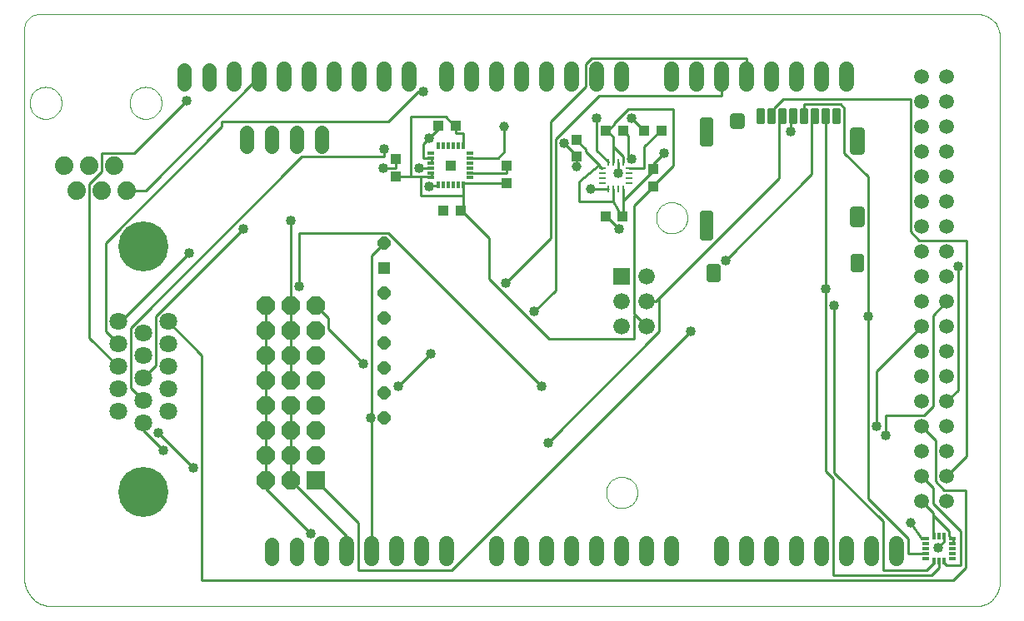
<source format=gtl>
G75*
G70*
%OFA0B0*%
%FSLAX24Y24*%
%IPPOS*%
%LPD*%
%AMOC8*
5,1,8,0,0,1.08239X$1,22.5*
%
%ADD10C,0.0000*%
%ADD11C,0.0594*%
%ADD12C,0.0594*%
%ADD13C,0.0560*%
%ADD14C,0.0660*%
%ADD15R,0.0660X0.0660*%
%ADD16C,0.0157*%
%ADD17C,0.0305*%
%ADD18C,0.0276*%
%ADD19R,0.0118X0.0315*%
%ADD20R,0.0315X0.0118*%
%ADD21R,0.0394X0.0394*%
%ADD22C,0.0740*%
%ADD23R,0.0110X0.0256*%
%ADD24R,0.0256X0.0110*%
%ADD25R,0.0394X0.0433*%
%ADD26R,0.0433X0.0394*%
%ADD27R,0.0413X0.0425*%
%ADD28R,0.0425X0.0413*%
%ADD29R,0.0740X0.0740*%
%ADD30OC8,0.0740*%
%ADD31OC8,0.0515*%
%ADD32R,0.0515X0.0515*%
%ADD33C,0.0709*%
%ADD34C,0.2000*%
%ADD35C,0.0100*%
%ADD36C,0.0400*%
%ADD37C,0.0396*%
D10*
X001975Y001262D02*
X001975Y023329D01*
X001977Y023373D01*
X001983Y023417D01*
X001993Y023460D01*
X002006Y023502D01*
X002022Y023543D01*
X002042Y023583D01*
X002065Y023621D01*
X002090Y023657D01*
X002119Y023691D01*
X002150Y023722D01*
X002184Y023751D01*
X002220Y023776D01*
X002258Y023799D01*
X002298Y023819D01*
X002339Y023835D01*
X002381Y023848D01*
X002424Y023858D01*
X002468Y023864D01*
X002512Y023866D01*
X040134Y023867D01*
X040190Y023865D01*
X040246Y023860D01*
X040302Y023850D01*
X040357Y023838D01*
X040411Y023821D01*
X040463Y023801D01*
X040515Y023778D01*
X040564Y023752D01*
X040612Y023722D01*
X040658Y023689D01*
X040702Y023653D01*
X040743Y023615D01*
X040781Y023574D01*
X040817Y023530D01*
X040850Y023484D01*
X040880Y023437D01*
X040906Y023387D01*
X040929Y023335D01*
X040949Y023283D01*
X040966Y023229D01*
X040978Y023174D01*
X040988Y023118D01*
X040993Y023062D01*
X040995Y023006D01*
X040995Y001110D01*
X040993Y001051D01*
X040988Y000992D01*
X040978Y000934D01*
X040965Y000876D01*
X040949Y000819D01*
X040929Y000764D01*
X040905Y000709D01*
X040879Y000657D01*
X040849Y000606D01*
X040815Y000557D01*
X040779Y000510D01*
X040740Y000466D01*
X040698Y000424D01*
X040654Y000385D01*
X040607Y000349D01*
X040558Y000315D01*
X040507Y000285D01*
X040455Y000259D01*
X040400Y000235D01*
X040345Y000215D01*
X040288Y000199D01*
X040230Y000186D01*
X040172Y000176D01*
X040113Y000171D01*
X040054Y000169D01*
X040054Y000170D02*
X003067Y000170D01*
X003004Y000172D01*
X002940Y000177D01*
X002877Y000187D01*
X002815Y000199D01*
X002754Y000216D01*
X002694Y000236D01*
X002634Y000259D01*
X002577Y000286D01*
X002521Y000316D01*
X002467Y000350D01*
X002415Y000386D01*
X002365Y000425D01*
X002318Y000468D01*
X002273Y000513D01*
X002230Y000560D01*
X002191Y000610D01*
X002155Y000662D01*
X002121Y000716D01*
X002091Y000772D01*
X002064Y000829D01*
X002041Y000889D01*
X002021Y000949D01*
X002004Y001010D01*
X001992Y001072D01*
X001982Y001135D01*
X001977Y001199D01*
X001975Y001262D01*
X025250Y004720D02*
X025252Y004770D01*
X025258Y004819D01*
X025268Y004868D01*
X025281Y004915D01*
X025299Y004962D01*
X025320Y005007D01*
X025344Y005050D01*
X025372Y005091D01*
X025403Y005130D01*
X025437Y005166D01*
X025474Y005200D01*
X025514Y005230D01*
X025555Y005257D01*
X025599Y005281D01*
X025644Y005301D01*
X025691Y005317D01*
X025739Y005330D01*
X025788Y005339D01*
X025838Y005344D01*
X025887Y005345D01*
X025937Y005342D01*
X025986Y005335D01*
X026035Y005324D01*
X026082Y005310D01*
X026128Y005291D01*
X026173Y005269D01*
X026216Y005244D01*
X026256Y005215D01*
X026294Y005183D01*
X026330Y005149D01*
X026363Y005111D01*
X026392Y005071D01*
X026418Y005029D01*
X026441Y004985D01*
X026460Y004939D01*
X026476Y004892D01*
X026488Y004843D01*
X026496Y004794D01*
X026500Y004745D01*
X026500Y004695D01*
X026496Y004646D01*
X026488Y004597D01*
X026476Y004548D01*
X026460Y004501D01*
X026441Y004455D01*
X026418Y004411D01*
X026392Y004369D01*
X026363Y004329D01*
X026330Y004291D01*
X026294Y004257D01*
X026256Y004225D01*
X026216Y004196D01*
X026173Y004171D01*
X026128Y004149D01*
X026082Y004130D01*
X026035Y004116D01*
X025986Y004105D01*
X025937Y004098D01*
X025887Y004095D01*
X025838Y004096D01*
X025788Y004101D01*
X025739Y004110D01*
X025691Y004123D01*
X025644Y004139D01*
X025599Y004159D01*
X025555Y004183D01*
X025514Y004210D01*
X025474Y004240D01*
X025437Y004274D01*
X025403Y004310D01*
X025372Y004349D01*
X025344Y004390D01*
X025320Y004433D01*
X025299Y004478D01*
X025281Y004525D01*
X025268Y004572D01*
X025258Y004621D01*
X025252Y004670D01*
X025250Y004720D01*
X027250Y015720D02*
X027252Y015770D01*
X027258Y015819D01*
X027268Y015868D01*
X027281Y015915D01*
X027299Y015962D01*
X027320Y016007D01*
X027344Y016050D01*
X027372Y016091D01*
X027403Y016130D01*
X027437Y016166D01*
X027474Y016200D01*
X027514Y016230D01*
X027555Y016257D01*
X027599Y016281D01*
X027644Y016301D01*
X027691Y016317D01*
X027739Y016330D01*
X027788Y016339D01*
X027838Y016344D01*
X027887Y016345D01*
X027937Y016342D01*
X027986Y016335D01*
X028035Y016324D01*
X028082Y016310D01*
X028128Y016291D01*
X028173Y016269D01*
X028216Y016244D01*
X028256Y016215D01*
X028294Y016183D01*
X028330Y016149D01*
X028363Y016111D01*
X028392Y016071D01*
X028418Y016029D01*
X028441Y015985D01*
X028460Y015939D01*
X028476Y015892D01*
X028488Y015843D01*
X028496Y015794D01*
X028500Y015745D01*
X028500Y015695D01*
X028496Y015646D01*
X028488Y015597D01*
X028476Y015548D01*
X028460Y015501D01*
X028441Y015455D01*
X028418Y015411D01*
X028392Y015369D01*
X028363Y015329D01*
X028330Y015291D01*
X028294Y015257D01*
X028256Y015225D01*
X028216Y015196D01*
X028173Y015171D01*
X028128Y015149D01*
X028082Y015130D01*
X028035Y015116D01*
X027986Y015105D01*
X027937Y015098D01*
X027887Y015095D01*
X027838Y015096D01*
X027788Y015101D01*
X027739Y015110D01*
X027691Y015123D01*
X027644Y015139D01*
X027599Y015159D01*
X027555Y015183D01*
X027514Y015210D01*
X027474Y015240D01*
X027437Y015274D01*
X027403Y015310D01*
X027372Y015349D01*
X027344Y015390D01*
X027320Y015433D01*
X027299Y015478D01*
X027281Y015525D01*
X027268Y015572D01*
X027258Y015621D01*
X027252Y015670D01*
X027250Y015720D01*
X019225Y019170D02*
X019219Y019170D01*
X006185Y020320D02*
X006187Y020370D01*
X006193Y020420D01*
X006203Y020469D01*
X006216Y020518D01*
X006234Y020565D01*
X006255Y020611D01*
X006279Y020654D01*
X006307Y020696D01*
X006338Y020736D01*
X006372Y020773D01*
X006409Y020807D01*
X006449Y020838D01*
X006491Y020866D01*
X006534Y020890D01*
X006580Y020911D01*
X006627Y020929D01*
X006676Y020942D01*
X006725Y020952D01*
X006775Y020958D01*
X006825Y020960D01*
X006875Y020958D01*
X006925Y020952D01*
X006974Y020942D01*
X007023Y020929D01*
X007070Y020911D01*
X007116Y020890D01*
X007159Y020866D01*
X007201Y020838D01*
X007241Y020807D01*
X007278Y020773D01*
X007312Y020736D01*
X007343Y020696D01*
X007371Y020654D01*
X007395Y020611D01*
X007416Y020565D01*
X007434Y020518D01*
X007447Y020469D01*
X007457Y020420D01*
X007463Y020370D01*
X007465Y020320D01*
X007463Y020270D01*
X007457Y020220D01*
X007447Y020171D01*
X007434Y020122D01*
X007416Y020075D01*
X007395Y020029D01*
X007371Y019986D01*
X007343Y019944D01*
X007312Y019904D01*
X007278Y019867D01*
X007241Y019833D01*
X007201Y019802D01*
X007159Y019774D01*
X007116Y019750D01*
X007070Y019729D01*
X007023Y019711D01*
X006974Y019698D01*
X006925Y019688D01*
X006875Y019682D01*
X006825Y019680D01*
X006775Y019682D01*
X006725Y019688D01*
X006676Y019698D01*
X006627Y019711D01*
X006580Y019729D01*
X006534Y019750D01*
X006491Y019774D01*
X006449Y019802D01*
X006409Y019833D01*
X006372Y019867D01*
X006338Y019904D01*
X006307Y019944D01*
X006279Y019986D01*
X006255Y020029D01*
X006234Y020075D01*
X006216Y020122D01*
X006203Y020171D01*
X006193Y020220D01*
X006187Y020270D01*
X006185Y020320D01*
X002185Y020320D02*
X002187Y020370D01*
X002193Y020420D01*
X002203Y020469D01*
X002216Y020518D01*
X002234Y020565D01*
X002255Y020611D01*
X002279Y020654D01*
X002307Y020696D01*
X002338Y020736D01*
X002372Y020773D01*
X002409Y020807D01*
X002449Y020838D01*
X002491Y020866D01*
X002534Y020890D01*
X002580Y020911D01*
X002627Y020929D01*
X002676Y020942D01*
X002725Y020952D01*
X002775Y020958D01*
X002825Y020960D01*
X002875Y020958D01*
X002925Y020952D01*
X002974Y020942D01*
X003023Y020929D01*
X003070Y020911D01*
X003116Y020890D01*
X003159Y020866D01*
X003201Y020838D01*
X003241Y020807D01*
X003278Y020773D01*
X003312Y020736D01*
X003343Y020696D01*
X003371Y020654D01*
X003395Y020611D01*
X003416Y020565D01*
X003434Y020518D01*
X003447Y020469D01*
X003457Y020420D01*
X003463Y020370D01*
X003465Y020320D01*
X003463Y020270D01*
X003457Y020220D01*
X003447Y020171D01*
X003434Y020122D01*
X003416Y020075D01*
X003395Y020029D01*
X003371Y019986D01*
X003343Y019944D01*
X003312Y019904D01*
X003278Y019867D01*
X003241Y019833D01*
X003201Y019802D01*
X003159Y019774D01*
X003116Y019750D01*
X003070Y019729D01*
X003023Y019711D01*
X002974Y019698D01*
X002925Y019688D01*
X002875Y019682D01*
X002825Y019680D01*
X002775Y019682D01*
X002725Y019688D01*
X002676Y019698D01*
X002627Y019711D01*
X002580Y019729D01*
X002534Y019750D01*
X002491Y019774D01*
X002449Y019802D01*
X002409Y019833D01*
X002372Y019867D01*
X002338Y019904D01*
X002307Y019944D01*
X002279Y019986D01*
X002255Y020029D01*
X002234Y020075D01*
X002216Y020122D01*
X002203Y020171D01*
X002193Y020220D01*
X002187Y020270D01*
X002185Y020320D01*
D11*
X010375Y021073D02*
X010375Y021666D01*
X010375Y021073D01*
X011375Y021073D02*
X011375Y021666D01*
X012375Y021666D02*
X012375Y021073D01*
X013375Y021073D02*
X013375Y021666D01*
X014375Y021666D02*
X014375Y021073D01*
X015375Y021073D02*
X015375Y021666D01*
X016375Y021666D02*
X016375Y021073D01*
X017375Y021073D02*
X017375Y021666D01*
X018875Y021666D02*
X018875Y021073D01*
X019875Y021073D02*
X019875Y021666D01*
X020875Y021666D02*
X020875Y021073D01*
X021875Y021073D02*
X021875Y021666D01*
X022875Y021666D02*
X022875Y021073D01*
X023875Y021073D02*
X023875Y021666D01*
X024875Y021666D02*
X024875Y021073D01*
X025875Y021073D02*
X025875Y021666D01*
X027875Y021666D02*
X027875Y021073D01*
X028875Y021073D02*
X028875Y021666D01*
X029875Y021666D02*
X029875Y021073D01*
X030875Y021073D02*
X030875Y021666D01*
X031875Y021666D02*
X031875Y021073D01*
X032875Y021073D02*
X032875Y021666D01*
X033875Y021666D02*
X033875Y021073D01*
X034875Y021073D02*
X034875Y021666D01*
X034875Y002666D02*
X034875Y002073D01*
X033875Y002073D02*
X033875Y002666D01*
X032875Y002666D02*
X032875Y002073D01*
X031875Y002073D02*
X031875Y002666D01*
X030875Y002666D02*
X030875Y002073D01*
X029875Y002073D02*
X029875Y002666D01*
X027875Y002666D02*
X027875Y002073D01*
X026875Y002073D02*
X026875Y002666D01*
X025875Y002666D02*
X025875Y002073D01*
X024875Y002073D02*
X024875Y002666D01*
X023875Y002666D02*
X023875Y002073D01*
X022875Y002073D02*
X022875Y002666D01*
X021875Y002666D02*
X021875Y002073D01*
X020875Y002073D02*
X020875Y002666D01*
X018875Y002666D02*
X018875Y002073D01*
X017875Y002073D02*
X017875Y002666D01*
X016875Y002666D02*
X016875Y002073D01*
X015875Y002073D02*
X015875Y002666D01*
X014875Y002666D02*
X014875Y002073D01*
X013875Y002073D02*
X013875Y002666D01*
X035875Y002666D02*
X035875Y002073D01*
X036875Y002073D02*
X036875Y002666D01*
D12*
X037875Y004370D03*
X038875Y004370D03*
X038875Y005370D03*
X037875Y005370D03*
X037875Y006370D03*
X038875Y006370D03*
X038875Y007370D03*
X037875Y007370D03*
X037875Y008370D03*
X038875Y008370D03*
X038875Y009370D03*
X037875Y009370D03*
X037875Y010370D03*
X038875Y010370D03*
X038875Y011370D03*
X037875Y011370D03*
X037875Y012370D03*
X038875Y012370D03*
X038875Y013370D03*
X037875Y013370D03*
X037875Y014370D03*
X038875Y014370D03*
X038875Y015370D03*
X037875Y015370D03*
X037875Y016370D03*
X038875Y016370D03*
X038875Y017370D03*
X037875Y017370D03*
X037875Y018370D03*
X038875Y018370D03*
X038875Y019370D03*
X037875Y019370D03*
X037875Y020370D03*
X038875Y020370D03*
X038875Y021370D03*
X037875Y021370D03*
D13*
X013875Y019150D02*
X013875Y018590D01*
X012875Y018590D02*
X012875Y019150D01*
X011875Y019150D02*
X011875Y018590D01*
X010875Y018590D02*
X010875Y019150D01*
X009375Y021090D02*
X009375Y021650D01*
X008375Y021650D02*
X008375Y021090D01*
X011875Y002650D02*
X011875Y002090D01*
X012875Y002090D02*
X012875Y002650D01*
D14*
X025875Y011370D03*
X026875Y011370D03*
X026875Y012370D03*
X025875Y012370D03*
X026875Y013370D03*
D15*
X025875Y013370D03*
D16*
X031347Y020035D02*
X031505Y020035D01*
X031505Y019561D01*
X031347Y019561D01*
X031347Y020035D01*
X031347Y019717D02*
X031505Y019717D01*
X031505Y019873D02*
X031347Y019873D01*
X031347Y020029D02*
X031505Y020029D01*
X031780Y019561D02*
X031938Y019561D01*
X031780Y019561D02*
X031780Y020035D01*
X031938Y020035D01*
X031938Y019561D01*
X031938Y019717D02*
X031780Y019717D01*
X031780Y019873D02*
X031938Y019873D01*
X031938Y020029D02*
X031780Y020029D01*
X032213Y019561D02*
X032371Y019561D01*
X032213Y019561D02*
X032213Y020035D01*
X032371Y020035D01*
X032371Y019561D01*
X032371Y019717D02*
X032213Y019717D01*
X032213Y019873D02*
X032371Y019873D01*
X032371Y020029D02*
X032213Y020029D01*
X032646Y019561D02*
X032804Y019561D01*
X032646Y019561D02*
X032646Y020035D01*
X032804Y020035D01*
X032804Y019561D01*
X032804Y019717D02*
X032646Y019717D01*
X032646Y019873D02*
X032804Y019873D01*
X032804Y020029D02*
X032646Y020029D01*
X033079Y019561D02*
X033237Y019561D01*
X033079Y019561D02*
X033079Y020035D01*
X033237Y020035D01*
X033237Y019561D01*
X033237Y019717D02*
X033079Y019717D01*
X033079Y019873D02*
X033237Y019873D01*
X033237Y020029D02*
X033079Y020029D01*
X033512Y019561D02*
X033670Y019561D01*
X033512Y019561D02*
X033512Y020035D01*
X033670Y020035D01*
X033670Y019561D01*
X033670Y019717D02*
X033512Y019717D01*
X033512Y019873D02*
X033670Y019873D01*
X033670Y020029D02*
X033512Y020029D01*
X033945Y019561D02*
X034103Y019561D01*
X033945Y019561D02*
X033945Y020035D01*
X034103Y020035D01*
X034103Y019561D01*
X034103Y019717D02*
X033945Y019717D01*
X033945Y019873D02*
X034103Y019873D01*
X034103Y020029D02*
X033945Y020029D01*
X034378Y019561D02*
X034536Y019561D01*
X034378Y019561D02*
X034378Y020035D01*
X034536Y020035D01*
X034536Y019561D01*
X034536Y019717D02*
X034378Y019717D01*
X034378Y019873D02*
X034536Y019873D01*
X034536Y020029D02*
X034378Y020029D01*
D17*
X035117Y018415D02*
X035423Y018415D01*
X035117Y018415D02*
X035117Y019213D01*
X035423Y019213D01*
X035423Y018415D01*
X035423Y018719D02*
X035117Y018719D01*
X035117Y019023D02*
X035423Y019023D01*
X030644Y019458D02*
X030318Y019458D01*
X030318Y019764D01*
X030644Y019764D01*
X030644Y019458D01*
X030644Y019762D02*
X030318Y019762D01*
X035117Y015521D02*
X035423Y015521D01*
X035117Y015521D02*
X035117Y016043D01*
X035423Y016043D01*
X035423Y015521D01*
X035423Y015825D02*
X035117Y015825D01*
D18*
X035163Y013676D02*
X035437Y013676D01*
X035163Y013676D02*
X035163Y014148D01*
X035437Y014148D01*
X035437Y013676D01*
X035437Y013951D02*
X035163Y013951D01*
X029689Y013282D02*
X029415Y013282D01*
X029415Y013754D01*
X029689Y013754D01*
X029689Y013282D01*
X029689Y013557D02*
X029415Y013557D01*
X029413Y014956D02*
X029139Y014956D01*
X029139Y015860D01*
X029413Y015860D01*
X029413Y014956D01*
X029413Y015231D02*
X029139Y015231D01*
X029139Y015506D02*
X029413Y015506D01*
X029413Y015781D02*
X029139Y015781D01*
X029139Y018716D02*
X029413Y018716D01*
X029139Y018716D02*
X029139Y019620D01*
X029413Y019620D01*
X029413Y018716D01*
X029413Y018991D02*
X029139Y018991D01*
X029139Y019266D02*
X029413Y019266D01*
X029413Y019541D02*
X029139Y019541D01*
D19*
X019517Y018607D03*
X019320Y018607D03*
X019123Y018607D03*
X018927Y018607D03*
X018730Y018607D03*
X018533Y018607D03*
X018533Y017032D03*
X018730Y017032D03*
X018927Y017032D03*
X019123Y017032D03*
X019320Y017032D03*
X019517Y017032D03*
X038378Y002972D03*
X038575Y002972D03*
X038772Y002972D03*
X038772Y001968D03*
X038575Y001968D03*
X038378Y001968D03*
D20*
X038044Y002076D03*
X038044Y002273D03*
X038044Y002470D03*
X038044Y002666D03*
X038044Y002863D03*
X039106Y002863D03*
X039106Y002666D03*
X039106Y002470D03*
X039106Y002273D03*
X039106Y002076D03*
X019812Y017327D03*
X019812Y017524D03*
X019812Y017721D03*
X019812Y017918D03*
X019812Y018115D03*
X019812Y018312D03*
X018238Y018312D03*
X018238Y018115D03*
X018238Y017918D03*
X018238Y017721D03*
X018238Y017524D03*
X018238Y017327D03*
D21*
X019025Y017820D03*
D22*
X006075Y016820D03*
X005075Y016820D03*
X004075Y016820D03*
X003575Y017820D03*
X004575Y017820D03*
X005575Y017820D03*
D23*
X025330Y017959D03*
X025527Y017959D03*
X025723Y017959D03*
X025920Y017959D03*
X025920Y016880D03*
X025723Y016880D03*
X025527Y016880D03*
X025330Y016880D03*
D24*
X025086Y017124D03*
X025086Y017321D03*
X025086Y017518D03*
X025086Y017715D03*
X026164Y017715D03*
X026164Y017518D03*
X026164Y017321D03*
X026164Y017124D03*
D25*
X025910Y015770D03*
X025240Y015770D03*
D26*
X024075Y018185D03*
X024075Y018854D03*
D27*
X025231Y019220D03*
X025919Y019220D03*
X026781Y019220D03*
X027469Y019220D03*
X019419Y016020D03*
X018731Y016020D03*
X018531Y019420D03*
X019219Y019420D03*
D28*
X016825Y018064D03*
X016825Y017375D03*
X021275Y017125D03*
X021275Y017814D03*
X027125Y017664D03*
X027125Y016975D03*
D29*
X013625Y005220D03*
D30*
X012625Y005220D03*
X011625Y005220D03*
X011625Y006220D03*
X012625Y006220D03*
X013625Y006220D03*
X013625Y007220D03*
X012625Y007220D03*
X011625Y007220D03*
X011625Y008220D03*
X012625Y008220D03*
X013625Y008220D03*
X013625Y009220D03*
X012625Y009220D03*
X011625Y009220D03*
X011625Y010220D03*
X012625Y010220D03*
X013625Y010220D03*
X013625Y011220D03*
X012625Y011220D03*
X011625Y011220D03*
X011625Y012220D03*
X012625Y012220D03*
X013625Y012220D03*
D31*
X016375Y012720D03*
X016375Y011720D03*
X016375Y010720D03*
X016375Y009720D03*
X016375Y008720D03*
X016375Y007720D03*
X016375Y014720D03*
D32*
X016375Y013720D03*
D33*
X007725Y011570D03*
X006725Y011120D03*
X007725Y010670D03*
X006725Y010220D03*
X007725Y009770D03*
X006725Y009320D03*
X007725Y008870D03*
X006725Y008420D03*
X007725Y007970D03*
X006725Y007520D03*
X005725Y007970D03*
X005725Y008870D03*
X005725Y009770D03*
X005725Y010670D03*
X005725Y011570D03*
D34*
X006725Y014590D03*
X006725Y004750D03*
D35*
X008725Y005720D02*
X007325Y007120D01*
X006725Y007220D02*
X006725Y007520D01*
X006725Y007220D02*
X007525Y006420D01*
X006725Y008420D02*
X006225Y008920D01*
X006225Y011320D01*
X013075Y018170D01*
X016375Y018170D01*
X016375Y018470D01*
X016825Y018064D02*
X016825Y017720D01*
X016325Y017720D01*
X016825Y017375D02*
X016825Y017370D01*
X017425Y017370D01*
X017425Y019770D01*
X018825Y019770D01*
X019175Y019420D01*
X019219Y019420D01*
X019219Y019170D01*
X019225Y019170D02*
X019225Y019120D01*
X019525Y019120D01*
X019525Y018607D01*
X019517Y018607D01*
X019812Y018115D02*
X020920Y018115D01*
X021175Y018370D01*
X021175Y019370D01*
X023025Y019570D02*
X024425Y020970D01*
X024425Y021870D01*
X024675Y022120D01*
X030875Y022120D01*
X030875Y021370D01*
X029875Y021370D02*
X029875Y020620D01*
X024975Y020620D01*
X023225Y018870D01*
X023225Y012820D01*
X022375Y011970D01*
X022975Y010870D02*
X026375Y010870D01*
X026375Y011820D01*
X026400Y011845D01*
X026375Y011870D01*
X026375Y016220D01*
X027125Y016970D01*
X027125Y016975D01*
X027125Y017020D01*
X027925Y017820D01*
X027925Y020070D01*
X026125Y020070D01*
X025575Y019520D01*
X025575Y019470D01*
X025325Y019220D01*
X025231Y019220D01*
X025275Y019220D01*
X025525Y018970D01*
X025525Y018570D01*
X025925Y018170D01*
X025925Y017970D01*
X025920Y017959D01*
X025723Y017959D02*
X025725Y017920D01*
X025725Y017520D01*
X026164Y017715D02*
X026175Y017720D01*
X026775Y017720D01*
X026775Y018570D01*
X027425Y019220D01*
X027469Y019220D01*
X026781Y019220D02*
X026775Y019220D01*
X026275Y019720D01*
X025925Y019220D02*
X025919Y019220D01*
X025925Y019220D02*
X026125Y019020D01*
X026125Y018220D01*
X026275Y018070D01*
X025525Y017970D02*
X025527Y017959D01*
X025525Y017970D02*
X025525Y018570D01*
X025325Y017970D02*
X024875Y018420D01*
X024875Y019720D01*
X024075Y018854D02*
X024075Y018820D01*
X024425Y018470D01*
X024425Y018370D01*
X024950Y017845D01*
X024175Y017170D01*
X024175Y016370D01*
X025525Y016370D01*
X025875Y015770D01*
X025910Y015770D01*
X025925Y015770D01*
X025925Y016420D01*
X027125Y017620D01*
X027125Y017664D01*
X027125Y017870D01*
X027575Y018320D01*
X025330Y017959D02*
X025325Y017970D01*
X025086Y017715D02*
X025075Y017720D01*
X024950Y017845D01*
X024075Y017770D02*
X024075Y018185D01*
X024075Y018220D01*
X023575Y018720D01*
X023025Y019570D02*
X023025Y014920D01*
X021225Y013120D01*
X020575Y013270D02*
X022975Y010870D01*
X022675Y008970D02*
X016525Y015120D01*
X012975Y015120D01*
X012975Y012970D01*
X012625Y012220D02*
X012625Y015620D01*
X010725Y015270D02*
X007225Y011770D01*
X007225Y009820D01*
X006725Y009320D01*
X005725Y009770D02*
X004575Y010920D01*
X004575Y017070D01*
X005075Y017570D01*
X005075Y018320D01*
X006375Y018320D01*
X008475Y020420D01*
X009875Y019570D02*
X009875Y019370D01*
X005225Y014720D01*
X005225Y011170D01*
X005725Y010670D01*
X005725Y011570D02*
X005825Y011570D01*
X008575Y014320D01*
X011625Y012220D02*
X011625Y011220D01*
X011625Y010220D01*
X011625Y009220D01*
X011625Y008220D01*
X011625Y007220D01*
X011625Y006220D01*
X011625Y005220D01*
X011625Y004870D01*
X013425Y003070D01*
X014875Y002970D02*
X014875Y002370D01*
X015875Y002370D02*
X015875Y007720D01*
X015825Y007720D01*
X015875Y007720D02*
X015875Y014220D01*
X016375Y014720D01*
X017825Y016620D02*
X017825Y017370D01*
X018225Y017370D01*
X018238Y017327D01*
X018275Y017370D01*
X018275Y017520D01*
X018238Y017524D01*
X018225Y017720D02*
X018238Y017721D01*
X018225Y017720D02*
X017775Y017720D01*
X017825Y017370D02*
X017425Y017370D01*
X018175Y017020D02*
X018175Y016970D01*
X018175Y017020D02*
X018525Y017020D01*
X018533Y017032D01*
X017825Y016620D02*
X019525Y016620D01*
X019525Y017020D01*
X019517Y017032D01*
X019525Y017070D01*
X019525Y017120D01*
X021275Y017120D01*
X021275Y017125D01*
X021275Y017520D02*
X021275Y017814D01*
X021275Y017520D02*
X019825Y017520D01*
X019812Y017524D01*
X019525Y016620D02*
X019525Y016120D01*
X019425Y016020D01*
X019419Y016020D01*
X019475Y016020D01*
X020575Y014920D01*
X020575Y013270D01*
X025240Y015770D02*
X025275Y015770D01*
X025775Y015270D01*
X025525Y016370D02*
X025525Y016870D01*
X025527Y016880D01*
X025330Y016880D02*
X025319Y016870D01*
X024625Y016870D01*
X025920Y016880D02*
X025925Y016870D01*
X025925Y016420D01*
X030025Y014020D02*
X033475Y017470D01*
X033475Y019670D01*
X033575Y019770D01*
X033591Y019798D01*
X033175Y019820D02*
X033158Y019798D01*
X033175Y019820D02*
X033175Y020270D01*
X034625Y020270D01*
X034775Y020120D01*
X034775Y018320D01*
X035725Y017370D01*
X035725Y011770D01*
X035725Y004470D01*
X037325Y002870D01*
X037325Y002270D01*
X038025Y002270D01*
X038044Y002273D01*
X038378Y001968D02*
X038375Y001920D01*
X038075Y001620D01*
X036325Y001620D01*
X036325Y003570D01*
X034375Y005520D01*
X034375Y012220D01*
X034025Y012870D02*
X034025Y005570D01*
X034325Y005270D01*
X034325Y001420D01*
X038275Y001420D01*
X038575Y001720D01*
X038575Y001968D01*
X038772Y001968D02*
X038775Y001920D01*
X038875Y001820D01*
X039425Y001820D01*
X039425Y003170D01*
X038325Y004270D01*
X038325Y004920D01*
X037875Y005370D01*
X038425Y005170D02*
X038775Y004820D01*
X039625Y004820D01*
X039625Y001720D01*
X039125Y001220D01*
X009075Y001220D01*
X009075Y010220D01*
X007725Y011570D01*
X012625Y011220D02*
X012625Y010220D01*
X012625Y009220D01*
X012625Y008220D02*
X012625Y007220D01*
X012625Y006220D01*
X012625Y005220D01*
X014875Y002970D01*
X015325Y003520D02*
X013625Y005220D01*
X015325Y003520D02*
X015325Y001620D01*
X019075Y001620D01*
X028625Y011170D01*
X027375Y011170D02*
X027375Y012470D01*
X027350Y012495D01*
X032175Y017320D01*
X032175Y019670D01*
X032275Y019770D01*
X032292Y019798D01*
X031975Y019920D02*
X031975Y020120D01*
X032325Y020470D01*
X037425Y020470D01*
X037425Y015170D01*
X037775Y014820D01*
X039675Y014820D01*
X039675Y006170D01*
X038875Y005370D01*
X038425Y005170D02*
X038425Y006820D01*
X037875Y007370D01*
X037975Y007820D02*
X036425Y007820D01*
X036425Y007020D01*
X036075Y007370D02*
X036075Y009570D01*
X037875Y011370D01*
X038325Y011820D02*
X038325Y008170D01*
X037975Y007820D01*
X038875Y008370D02*
X039325Y008820D01*
X039325Y013770D01*
X038875Y012370D02*
X038325Y011820D01*
X034025Y012870D02*
X034025Y019770D01*
X034024Y019798D01*
X032725Y019770D02*
X032725Y019798D01*
X032725Y019770D02*
X032625Y019670D01*
X032625Y019170D01*
X031859Y019798D02*
X031875Y019820D01*
X031975Y019920D01*
X027350Y012495D02*
X027225Y012370D01*
X026875Y012370D01*
X026400Y011845D02*
X026875Y011370D01*
X027375Y011170D02*
X022925Y006720D01*
X018225Y010270D02*
X016925Y008970D01*
X015525Y009870D02*
X014125Y011270D01*
X014125Y011720D01*
X013625Y012220D01*
X012625Y012220D02*
X012625Y011220D01*
X006825Y016820D02*
X006075Y016820D01*
X006825Y016820D02*
X011375Y021370D01*
X009875Y019570D02*
X016525Y019570D01*
X017725Y020770D01*
X017925Y020770D01*
X018525Y019420D02*
X018531Y019420D01*
X018525Y019420D02*
X018525Y019270D01*
X018175Y018920D01*
X017925Y018670D01*
X017925Y018120D01*
X018225Y018120D01*
X018238Y018115D01*
X018275Y018070D01*
X018275Y017920D01*
X018238Y017918D01*
X037875Y004370D02*
X038325Y003920D01*
X038325Y003820D01*
X038975Y003170D01*
X038975Y002970D01*
X039075Y002870D01*
X039106Y002863D01*
X039125Y002820D01*
X039125Y002670D01*
X039106Y002666D01*
X038775Y002770D02*
X038525Y002520D01*
X038775Y002770D02*
X038775Y002970D01*
X038772Y002972D01*
X038378Y002972D02*
X038375Y003020D01*
X038325Y003070D01*
X038325Y003820D01*
X037425Y003520D02*
X037881Y002863D01*
X038044Y002863D01*
D36*
X038525Y002520D03*
X036425Y007020D03*
X036075Y007370D03*
X028625Y011170D03*
X030025Y014020D03*
X034025Y012870D03*
X034375Y012220D03*
X035725Y011770D03*
X039325Y013770D03*
X032625Y019170D03*
X027575Y018320D03*
X026275Y018070D03*
X025725Y017520D03*
X023575Y018720D03*
X024875Y019720D03*
X026275Y019720D03*
X025775Y015270D03*
X021225Y013120D03*
X022375Y011970D03*
X018225Y010270D03*
X016925Y008970D03*
X015525Y009870D03*
X015825Y007720D03*
X022675Y008970D03*
X022925Y006720D03*
X013425Y003070D03*
X008725Y005720D03*
X007525Y006420D03*
X007325Y007120D03*
X012975Y012970D03*
X010725Y015270D03*
X012625Y015620D03*
X016325Y017720D03*
X016375Y018470D03*
X017775Y017720D03*
X018175Y016970D03*
X018175Y018920D03*
X017925Y020770D03*
X008475Y020420D03*
X008575Y014320D03*
D37*
X021175Y019370D03*
X024075Y017770D03*
X024625Y016870D03*
X037425Y003520D03*
M02*

</source>
